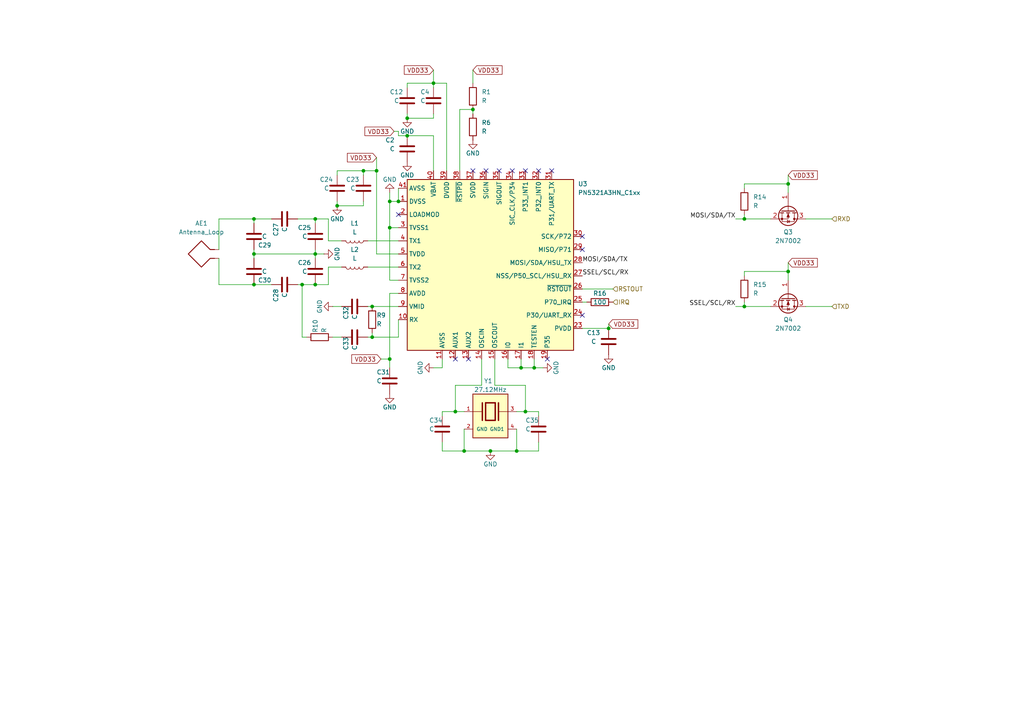
<source format=kicad_sch>
(kicad_sch (version 20250114) (generator "eeschema") (generator_version "9.0")
  (paper "A4")
  (title_block (title "RFID Module") (date "2025-07-22") (rev "1.0") (company "C. Boerner"))
  (lib_symbols
    (symbol "ABM8-27.120MHz-10-B1U-T:ABM8-27.120MHz-10-B1U-T" (pin_names (offset 1.016))
      (property "Reference" "Y1" (at 0 10.16 0))
      (property "Value" "ABM8-27.120MHz-10-B1U-T" (at 0 7.62 0))
      (symbol "ABM8-27.120MHz-10-B1U-T_0_0"
        (polyline (pts (xy -5.08 0) (xy -2.54 0)) (stroke (width 0.1524)))
        (rectangle (start -5.08 -7.62) (end 5.08 5.08) (stroke (width 0.254)) (fill (type background)))
        (polyline (pts (xy -2.3368 2.54) (xy -2.3368 -2.54)) (stroke (width 0.4064)))
        (polyline (pts (xy -1.397 2.54) (xy -1.397 -2.54)) (stroke (width 0.4064)))
        (polyline (pts (xy -1.397 2.54) (xy 1.397 2.54)) (stroke (width 0.4064)))
        (polyline (pts (xy 1.397 2.54) (xy 1.397 -2.54)) (stroke (width 0.4064)))
        (polyline (pts (xy 1.397 -2.54) (xy -1.397 -2.54)) (stroke (width 0.4064)))
        (polyline (pts (xy 2.3368 2.54) (xy 2.3368 -2.54)) (stroke (width 0.4064)))
        (polyline (pts (xy 2.54 0) (xy 5.08 0)) (stroke (width 0.1524)))
        (pin passive line (at -7.62 0 0) (length 2.54) (name "~") (number "1"))
        (pin power_in line (at -7.62 -5.08 0) (length 2.54) (name "GND") (number "2"))
        (pin passive line (at 7.62 0 180) (length 2.54) (name "~") (number "3"))
      )
      (symbol "ABM8-27.120MHz-10-B1U-T_1_0"
        (pin power_in line (at 7.62 -5.08 180) (length 2.54) (name "GND1") (number "4"))
      )
    )
    (symbol "Device:Antenna_Loop" (pin_numbers (hide yes)) (pin_names (offset 1.016) (hide yes))
      (property "Reference" "AE" (at 1.27 6.35 0))
      (property "Value" "Antenna_Loop" (at 1.27 5.08 0))
      (symbol "Antenna_Loop_0_1"
        (polyline (pts (xy 2.54 -3.81) (xy 2.54 -2.54) (xy 5.08 0) (xy 1.27 3.81) (xy -2.54 0) (xy 0 -2.54) (xy 0 -3.81)) (stroke (width 0.254)))
      )
      (symbol "Antenna_Loop_1_1"
        (pin input line (at 0 -5.08 90) (length 2.54) (name "~") (number "1"))
        (pin input line (at 2.54 -5.08 90) (length 2.54) (name "~") (number "2"))
      )
    )
    (symbol "Device:C" (pin_numbers (hide yes)) (pin_names (offset 0.254))
      (property "Reference" "C" (at 0.635 2.54 0))
      (property "Value" "C" (at 0.635 -2.54 0))
      (symbol "C_0_1"
        (polyline (pts (xy -2.032 0.762) (xy 2.032 0.762)) (stroke (width 0.508)))
        (polyline (pts (xy -2.032 -0.762) (xy 2.032 -0.762)) (stroke (width 0.508)))
      )
      (symbol "C_1_1"
        (pin passive line (at 0 3.81 270) (length 2.794) (name "~") (number "1"))
        (pin passive line (at 0 -3.81 90) (length 2.794) (name "~") (number "2"))
      )
    )
    (symbol "Device:L" (pin_numbers (hide yes)) (pin_names (offset 1.016) (hide yes))
      (property "Reference" "L" (at -1.27 0 90))
      (property "Value" "L" (at 1.905 0 90))
      (symbol "L_0_1"
        (arc (start 0 2.54) (mid 0.6323 1.905) (end 0 1.27))
        (arc (start 0 1.27) (mid 0.6323 0.635) (end 0 0))
        (arc (start 0 0) (mid 0.6323 -0.635) (end 0 -1.27))
        (arc (start 0 -1.27) (mid 0.6323 -1.905) (end 0 -2.54))
      )
      (symbol "L_1_1"
        (pin passive line (at 0 3.81 270) (length 1.27) (name "1") (number "1"))
        (pin passive line (at 0 -3.81 90) (length 1.27) (name "2") (number "2"))
      )
    )
    (symbol "Device:R" (pin_numbers (hide yes)) (pin_names (offset 0))
      (property "Reference" "R" (at 2.032 0 90))
      (property "Value" "R" (at 0 0 90))
      (symbol "R_0_1"
        (rectangle (start -1.016 -2.54) (end 1.016 2.54) (stroke (width 0.254)))
      )
      (symbol "R_1_1"
        (pin passive line (at 0 3.81 270) (length 1.27) (name "~") (number "1"))
        (pin passive line (at 0 -3.81 90) (length 1.27) (name "~") (number "2"))
      )
    )
    (symbol "RF_NFC:PN5321A3HN_C1xx"
      (property "Reference" "U3" (at 31.75 29.21 0))
      (property "Value" "PN5321A3HN_C1xx" (at 31.75 26.67 0))
      (symbol "PN5321A3HN_C1xx_0_1"
        (rectangle (start -17.78 30.48) (end 30.48 -19.05) (stroke (width 0.254)) (fill (type background)))
      )
      (symbol "PN5321A3HN_C1xx_1_1"
        (pin passive line (at -20.32 27.94 0) (length 2.54) (name "AVSS") (number "41"))
        (pin power_in line (at -20.32 24.13 0) (length 2.54) (name "DVSS") (number "1"))
        (pin output line (at -20.32 20.32 0) (length 2.54) (name "LOADMOD") (number "2"))
        (pin power_in line (at -20.32 16.51 0) (length 2.54) (name "TVSS1") (number "3"))
        (pin output line (at -20.32 12.7 0) (length 2.54) (name "TX1") (number "4"))
        (pin power_in line (at -20.32 8.89 0) (length 2.54) (name "TVDD") (number "5"))
        (pin output line (at -20.32 5.08 0) (length 2.54) (name "TX2") (number "6"))
        (pin power_in line (at -20.32 1.27 0) (length 2.54) (name "TVSS2") (number "7"))
        (pin power_in line (at -20.32 -2.54 0) (length 2.54) (name "AVDD") (number "8"))
        (pin output line (at -20.32 -6.35 0) (length 2.54) (name "VMID") (number "9"))
        (pin input line (at -20.32 -10.16 0) (length 2.54) (name "RX") (number "10"))
        (pin power_in line (at -10.16 33.02 270) (length 2.54) (name "VBAT") (number "40"))
        (pin power_in line (at -7.62 -21.59 90) (length 2.54) (name "AVSS") (number "11"))
        (pin power_out line (at -6.35 33.02 270) (length 2.54) (name "DVDD") (number "39"))
        (pin output line (at -3.81 -21.59 90) (length 2.54) (name "AUX1") (number "12"))
        (pin input line (at -2.54 33.02 270) (length 2.54) (name "~{RSTPD}") (number "38"))
        (pin output line (at 0 -21.59 90) (length 2.54) (name "AUX2") (number "13"))
        (pin output line (at 1.27 33.02 270) (length 2.54) (name "SVDD") (number "37"))
        (pin input line (at 3.81 -21.59 90) (length 2.54) (name "OSCIN") (number "14"))
        (pin input line (at 5.08 33.02 270) (length 2.54) (name "SIGIN") (number "36"))
        (pin output line (at 7.62 -21.59 90) (length 2.54) (name "OSCOUT") (number "15"))
        (pin output line (at 8.89 33.02 270) (length 2.54) (name "SIGOUT") (number "35"))
        (pin passive line (at 11.43 -21.59 90) (length 2.54) (name "I0") (number "16"))
        (pin bidirectional line (at 12.7 33.02 270) (length 2.54) (name "SIC_CLK/P34") (number "34"))
        (pin passive line (at 15.24 -21.59 90) (length 2.54) (name "I1") (number "17"))
        (pin bidirectional line (at 16.51 33.02 270) (length 2.54) (name "P33_INT1") (number "33"))
        (pin no_connect line (at 17.78 -2.54 180) (length 2.54) (hide yes) (name "N.C.") (number "20"))
        (pin no_connect line (at 17.78 -5.08 180) (length 2.54) (hide yes) (name "N.C.") (number "21"))
        (pin no_connect line (at 17.78 -7.62 180) (length 2.54) (hide yes) (name "N.C.") (number "22"))
        (pin passive line (at 19.05 -21.59 90) (length 2.54) (name "TESTEN") (number "18"))
        (pin bidirectional line (at 20.32 33.02 270) (length 2.54) (name "P32_INT0") (number "32"))
        (pin bidirectional line (at 22.86 -21.59 90) (length 2.54) (name "P35") (number "19"))
        (pin bidirectional line (at 24.13 33.02 270) (length 2.54) (name "P31/UART_TX") (number "31"))
        (pin bidirectional line (at 33.02 13.97 180) (length 2.54) (name "SCK/P72") (number "30"))
        (pin bidirectional line (at 33.02 10.16 180) (length 2.54) (name "MISO/P71") (number "29"))
        (pin bidirectional line (at 33.02 6.35 180) (length 2.54) (name "MOSI/SDA/HSU_TX") (number "28"))
        (pin bidirectional line (at 33.02 2.54 180) (length 2.54) (name "NSS/P50_SCL/HSU_RX") (number "27"))
        (pin output line (at 33.02 -1.27 180) (length 2.54) (name "~{RSTOUT}") (number "26"))
        (pin bidirectional line (at 33.02 -5.08 180) (length 2.54) (name "P70_IRQ") (number "25"))
        (pin bidirectional line (at 33.02 -8.89 180) (length 2.54) (name "P30/UART_RX") (number "24"))
        (pin power_in line (at 33.02 -12.7 180) (length 2.54) (name "PVDD") (number "23"))
      )
    )
    (symbol "Transistor_FET:2N7002" (pin_names (offset 0) (hide yes))
      (property "Reference" "Q" (at 5.08 1.905 0))
      (property "Value" "2N7002" (at 5.08 0 0))
      (symbol "2N7002_0_1"
        (polyline (pts (xy 0.254 1.905) (xy 0.254 -1.905)) (stroke (width 0.254)))
        (polyline (pts (xy 0.254 0) (xy -2.54 0)))
        (polyline (pts (xy 0.762 2.286) (xy 0.762 1.27)) (stroke (width 0.254)))
        (polyline (pts (xy 0.762 0.508) (xy 0.762 -0.508)) (stroke (width 0.254)))
        (polyline (pts (xy 0.762 -1.27) (xy 0.762 -2.286)) (stroke (width 0.254)))
        (polyline (pts (xy 0.762 -1.778) (xy 3.302 -1.778) (xy 3.302 1.778) (xy 0.762 1.778)))
        (polyline (pts (xy 1.016 0) (xy 2.032 0.381) (xy 2.032 -0.381) (xy 1.016 0)) (fill (type outline)))
        (circle (center 1.651 0) (radius 2.794) (stroke (width 0.254)))
        (polyline (pts (xy 2.54 2.54) (xy 2.54 1.778)))
        (circle (center 2.54 1.778) (radius 0.254) (fill (type outline)))
        (circle (center 2.54 -1.778) (radius 0.254) (fill (type outline)))
        (polyline (pts (xy 2.54 -2.54) (xy 2.54 0) (xy 0.762 0)))
        (polyline (pts (xy 2.921 0.381) (xy 3.683 0.381)))
        (polyline (pts (xy 3.302 0.381) (xy 2.921 -0.254) (xy 3.683 -0.254) (xy 3.302 0.381)))
      )
      (symbol "2N7002_1_1"
        (pin input line (at -5.08 0 0) (length 2.54) (name "G") (number "1"))
        (pin passive line (at 2.54 5.08 270) (length 2.54) (name "D") (number "3"))
        (pin passive line (at 2.54 -5.08 90) (length 2.54) (name "S") (number "2"))
      )
    )
    (symbol "power:GND" (power) (pin_numbers (hide yes)) (pin_names (offset 0) (hide yes))
      (property "Value" "GND" (at 0 -3.81 0))
      (symbol "GND_0_1"
        (polyline (pts (xy 0 0) (xy 0 -1.27) (xy 1.27 -1.27) (xy 0 -2.54) (xy -1.27 -1.27) (xy 0 -1.27)))
      )
      (symbol "GND_1_1"
        (pin power_in line (at 0 0 270) (length 0) (name "~") (number "1"))
      )
    )
  )
  (junction (at 149.86 130.81))
  (junction (at 91.44 63.5))
  (junction (at 115.57 58.42))
  (junction (at 107.95 88.9))
  (junction (at 118.11 34.29))
  (junction (at 113.03 66.04))
  (junction (at 73.66 82.55))
  (junction (at 91.44 73.66))
  (junction (at 176.53 95.25))
  (junction (at 109.22 49.53))
  (junction (at 73.66 63.5))
  (junction (at 113.03 104.14))
  (junction (at 91.44 82.55))
  (junction (at 228.6 53.34))
  (junction (at 228.6 78.74))
  (junction (at 118.11 39.37))
  (junction (at 142.24 130.81))
  (junction (at 97.79 59.69))
  (junction (at 151.13 106.68))
  (junction (at 105.41 49.53))
  (junction (at 215.9 88.9))
  (junction (at 87.63 82.55))
  (junction (at 134.62 130.81))
  (junction (at 154.94 106.68))
  (junction (at 152.4 119.38))
  (junction (at 132.08 119.38))
  (junction (at 107.95 97.79))
  (junction (at 113.03 58.42))
  (junction (at 73.66 73.66))
  (junction (at 215.9 63.5))
  (junction (at 125.73 24.13))
  (junction (at 137.16 31.75))
  (no_connect (at 160.02 49.53))
  (no_connect (at 156.21 49.53))
  (no_connect (at 132.08 104.14))
  (no_connect (at 137.16 49.53))
  (no_connect (at 115.57 62.23))
  (no_connect (at 168.91 72.39))
  (no_connect (at 140.97 49.53))
  (no_connect (at 144.78 49.53))
  (no_connect (at 168.91 68.58))
  (no_connect (at 152.4 49.53))
  (no_connect (at 135.89 104.14))
  (no_connect (at 158.75 104.14))
  (no_connect (at 148.59 49.53))
  (no_connect (at 168.91 91.44))
  (wire (pts (xy 133.35 49.53) (xy 133.35 31.75)))
  (wire (pts (xy 91.44 73.66) (xy 93.98 73.66)))
  (wire (pts (xy 228.6 78.74) (xy 228.6 81.28)))
  (wire (pts (xy 109.22 45.72) (xy 109.22 49.53)))
  (wire (pts (xy 157.48 106.68) (xy 154.94 106.68)))
  (wire (pts (xy 149.86 130.81) (xy 142.24 130.81)))
  (wire (pts (xy 132.08 111.76) (xy 132.08 119.38)))
  (wire (pts (xy 115.57 81.28) (xy 113.03 81.28)))
  (wire (pts (xy 95.25 63.5) (xy 91.44 63.5)))
  (wire (pts (xy 106.68 88.9) (xy 107.95 88.9)))
  (wire (pts (xy 151.13 106.68) (xy 154.94 106.68)))
  (wire (pts (xy 97.79 59.69) (xy 105.41 59.69)))
  (wire (pts (xy 118.11 24.13) (xy 125.73 24.13)))
  (wire (pts (xy 106.68 97.79) (xy 107.95 97.79)))
  (wire (pts (xy 87.63 82.55) (xy 91.44 82.55)))
  (wire (pts (xy 228.6 76.2) (xy 228.6 78.74)))
  (wire (pts (xy 105.41 59.69) (xy 105.41 58.42)))
  (wire (pts (xy 154.94 106.68) (xy 154.94 104.14)))
  (wire (pts (xy 168.91 83.82) (xy 177.8 83.82)))
  (wire (pts (xy 109.22 49.53) (xy 105.41 49.53)))
  (wire (pts (xy 152.4 119.38) (xy 156.21 119.38)))
  (wire (pts (xy 105.41 49.53) (xy 97.79 49.53)))
  (wire (pts (xy 115.57 92.71) (xy 115.57 97.79)))
  (wire (pts (xy 113.03 58.42) (xy 113.03 66.04)))
  (wire (pts (xy 115.57 97.79) (xy 107.95 97.79)))
  (wire (pts (xy 95.25 82.55) (xy 95.25 77.47)))
  (wire (pts (xy 128.27 128.27) (xy 128.27 130.81)))
  (wire (pts (xy 215.9 88.9) (xy 223.52 88.9)))
  (wire (pts (xy 118.11 34.29) (xy 125.73 34.29)))
  (wire (pts (xy 87.63 82.55) (xy 86.36 82.55)))
  (wire (pts (xy 107.95 88.9) (xy 115.57 88.9)))
  (wire (pts (xy 125.73 24.13) (xy 125.73 25.4)))
  (wire (pts (xy 125.73 24.13) (xy 129.54 24.13)))
  (wire (pts (xy 113.03 58.42) (xy 115.57 58.42)))
  (wire (pts (xy 168.91 87.63) (xy 170.18 87.63)))
  (wire (pts (xy 128.27 104.14) (xy 128.27 106.68)))
  (wire (pts (xy 110.49 104.14) (xy 113.03 104.14)))
  (wire (pts (xy 113.03 66.04) (xy 113.03 81.28)))
  (wire (pts (xy 63.5 63.5) (xy 73.66 63.5)))
  (wire (pts (xy 128.27 106.68) (xy 125.73 106.68)))
  (wire (pts (xy 228.6 53.34) (xy 228.6 55.88)))
  (wire (pts (xy 233.68 63.5) (xy 241.3 63.5)))
  (wire (pts (xy 151.13 104.14) (xy 151.13 106.68)))
  (wire (pts (xy 113.03 85.09) (xy 113.03 104.14)))
  (wire (pts (xy 73.66 63.5) (xy 73.66 64.77)))
  (wire (pts (xy 133.35 31.75) (xy 137.16 31.75)))
  (wire (pts (xy 118.11 24.13) (xy 118.11 25.4)))
  (wire (pts (xy 91.44 82.55) (xy 95.25 82.55)))
  (wire (pts (xy 105.41 49.53) (xy 105.41 50.8)))
  (wire (pts (xy 118.11 39.37) (xy 125.73 39.37)))
  (wire (pts (xy 95.25 77.47) (xy 99.06 77.47)))
  (wire (pts (xy 97.79 58.42) (xy 97.79 59.69)))
  (wire (pts (xy 215.9 87.63) (xy 215.9 88.9)))
  (wire (pts (xy 215.9 78.74) (xy 228.6 78.74)))
  (wire (pts (xy 215.9 63.5) (xy 223.52 63.5)))
  (wire (pts (xy 73.66 73.66) (xy 73.66 74.93)))
  (wire (pts (xy 147.32 106.68) (xy 151.13 106.68)))
  (wire (pts (xy 139.7 104.14) (xy 139.7 111.76)))
  (wire (pts (xy 87.63 82.55) (xy 87.63 97.79)))
  (wire (pts (xy 156.21 130.81) (xy 149.86 130.81)))
  (wire (pts (xy 99.06 69.85) (xy 95.25 69.85)))
  (wire (pts (xy 91.44 72.39) (xy 91.44 73.66)))
  (wire (pts (xy 113.03 104.14) (xy 113.03 106.68)))
  (wire (pts (xy 73.66 82.55) (xy 78.74 82.55)))
  (wire (pts (xy 128.27 130.81) (xy 134.62 130.81)))
  (wire (pts (xy 106.68 77.47) (xy 115.57 77.47)))
  (wire (pts (xy 109.22 73.66) (xy 109.22 49.53)))
  (wire (pts (xy 233.68 88.9) (xy 241.3 88.9)))
  (wire (pts (xy 115.57 73.66) (xy 109.22 73.66)))
  (wire (pts (xy 73.66 73.66) (xy 91.44 73.66)))
  (wire (pts (xy 113.03 66.04) (xy 115.57 66.04)))
  (wire (pts (xy 91.44 73.66) (xy 91.44 74.93)))
  (wire (pts (xy 147.32 104.14) (xy 147.32 106.68)))
  (wire (pts (xy 125.73 33.02) (xy 125.73 34.29)))
  (wire (pts (xy 228.6 50.8) (xy 228.6 53.34)))
  (wire (pts (xy 134.62 130.81) (xy 142.24 130.81)))
  (wire (pts (xy 73.66 72.39) (xy 73.66 73.66)))
  (wire (pts (xy 149.86 124.46) (xy 149.86 130.81)))
  (wire (pts (xy 156.21 128.27) (xy 156.21 130.81)))
  (wire (pts (xy 215.9 54.61) (xy 215.9 53.34)))
  (wire (pts (xy 88.9 97.79) (xy 87.63 97.79)))
  (wire (pts (xy 118.11 33.02) (xy 118.11 34.29)))
  (wire (pts (xy 115.57 38.1) (xy 114.3 38.1)))
  (wire (pts (xy 96.52 88.9) (xy 99.06 88.9)))
  (wire (pts (xy 125.73 20.32) (xy 125.73 24.13)))
  (wire (pts (xy 107.95 96.52) (xy 107.95 97.79)))
  (wire (pts (xy 168.91 95.25) (xy 176.53 95.25)))
  (wire (pts (xy 128.27 119.38) (xy 132.08 119.38)))
  (wire (pts (xy 129.54 24.13) (xy 129.54 49.53)))
  (wire (pts (xy 156.21 120.65) (xy 156.21 119.38)))
  (wire (pts (xy 152.4 119.38) (xy 149.86 119.38)))
  (wire (pts (xy 115.57 54.61) (xy 115.57 58.42)))
  (wire (pts (xy 215.9 62.23) (xy 215.9 63.5)))
  (wire (pts (xy 63.5 72.39) (xy 63.5 63.5)))
  (wire (pts (xy 143.51 104.14) (xy 143.51 111.76)))
  (wire (pts (xy 78.74 63.5) (xy 73.66 63.5)))
  (wire (pts (xy 91.44 63.5) (xy 91.44 64.77)))
  (wire (pts (xy 95.25 69.85) (xy 95.25 63.5)))
  (wire (pts (xy 96.52 97.79) (xy 99.06 97.79)))
  (wire (pts (xy 137.16 31.75) (xy 137.16 33.02)))
  (wire (pts (xy 97.79 49.53) (xy 97.79 50.8)))
  (wire (pts (xy 113.03 55.88) (xy 113.03 58.42)))
  (wire (pts (xy 213.36 88.9) (xy 215.9 88.9)))
  (wire (pts (xy 137.16 20.32) (xy 137.16 24.13)))
  (wire (pts (xy 128.27 120.65) (xy 128.27 119.38)))
  (wire (pts (xy 106.68 69.85) (xy 115.57 69.85)))
  (wire (pts (xy 213.36 63.5) (xy 215.9 63.5)))
  (wire (pts (xy 132.08 119.38) (xy 134.62 119.38)))
  (wire (pts (xy 115.57 39.37) (xy 118.11 39.37)))
  (wire (pts (xy 215.9 53.34) (xy 228.6 53.34)))
  (wire (pts (xy 215.9 80.01) (xy 215.9 78.74)))
  (wire (pts (xy 86.36 63.5) (xy 91.44 63.5)))
  (wire (pts (xy 143.51 111.76) (xy 152.4 111.76)))
  (wire (pts (xy 115.57 38.1) (xy 115.57 39.37)))
  (wire (pts (xy 125.73 39.37) (xy 125.73 49.53)))
  (wire (pts (xy 134.62 124.46) (xy 134.62 130.81)))
  (wire (pts (xy 176.53 93.98) (xy 176.53 95.25)))
  (wire (pts (xy 152.4 111.76) (xy 152.4 119.38)))
  (wire (pts (xy 63.5 82.55) (xy 73.66 82.55)))
  (wire (pts (xy 139.7 111.76) (xy 132.08 111.76)))
  (wire (pts (xy 63.5 74.93) (xy 63.5 82.55)))
  (wire (pts (xy 113.03 85.09) (xy 115.57 85.09)))
  (label "MOSI{slash}SDA{slash}TX" (at 213.36 63.5 180))
  (label "SSEL{slash}SCL{slash}RX" (at 213.36 88.9 180))
  (label "SSEL{slash}SCL{slash}RX" (at 168.91 80.01 0))
  (label "MOSI{slash}SDA{slash}TX" (at 168.91 76.2 0))
  (global_label "VDD33" (shape input) (at 114.3 38.1 180) (property "Intersheetrefs" "${INTERSHEET_REFS}" (effects (hide yes))))
  (global_label "VDD33" (shape input) (at 228.6 76.2 0) (property "Intersheetrefs" "${INTERSHEET_REFS}" (effects (hide yes))))
  (global_label "VDD33" (shape input) (at 137.16 20.32 0) (property "Intersheetrefs" "${INTERSHEET_REFS}" (effects (hide yes))))
  (global_label "VDD33" (shape input) (at 228.6 50.8 0) (property "Intersheetrefs" "${INTERSHEET_REFS}" (effects (hide yes))))
  (global_label "VDD33" (shape input) (at 125.73 20.32 180) (property "Intersheetrefs" "${INTERSHEET_REFS}" (effects (hide yes))))
  (global_label "VDD33" (shape input) (at 110.49 104.14 180) (property "Intersheetrefs" "${INTERSHEET_REFS}" (effects (hide yes))))
  (global_label "VDD33" (shape input) (at 176.53 93.98 0) (property "Intersheetrefs" "${INTERSHEET_REFS}" (effects (hide yes))))
  (global_label "VDD33" (shape input) (at 109.22 45.72 180) (property "Intersheetrefs" "${INTERSHEET_REFS}" (effects (hide yes))))
  (hierarchical_label "RSTOUT" (shape input) (at 177.8 83.82 0))
  (hierarchical_label "TXD" (shape input) (at 241.3 88.9 0))
  (hierarchical_label "RXD" (shape input) (at 241.3 63.5 0))
  (hierarchical_label "IRQ" (shape input) (at 177.8 87.63 0))
  (symbol (lib_id "Device:C") (at 176.53 99.06 0) (unit 1)
    (property "Reference" "C13" (at 170.18 96.52 0) (effects (justify left)))
    (property "Value" "C" (at 171.45 99.06 0) (effects (justify left)))
    (property "Description" "Unpolarized capacitor" (effects (hide yes)))
  )
  (symbol (lib_id "power:GND") (at 93.98 73.66 90) (unit 1)
    (property "Reference" "#PWR028" (effects (hide yes)))
    (property "Value" "GND" (at 97.79 73.66 0))
    (property "Description" "Power symbol creates a global label with name \"GND\" , ground" (effects (hide yes)))
  )
  (symbol (lib_id "power:GND") (at 118.11 46.99 0) (unit 1)
    (property "Reference" "#PWR018" (effects (hide yes)))
    (property "Value" "GND" (at 118.11 50.8 0))
    (property "Description" "Power symbol creates a global label with name \"GND\" , ground" (effects (hide yes)))
  )
  (symbol (lib_id "Device:R") (at 107.95 92.71 180) (unit 1)
    (property "Reference" "R9" (at 109.22 91.44 0) (effects (justify right)))
    (property "Value" "R" (at 109.22 93.98 0) (effects (justify right)))
    (property "Description" "Resistor" (effects (hide yes)))
  )
  (symbol (lib_id "power:GND") (at 113.03 55.88 180) (unit 1)
    (property "Reference" "#PWR026" (effects (hide yes)))
    (property "Value" "GND" (at 113.03 52.07 0))
    (property "Description" "Power symbol creates a global label with name \"GND\" , ground" (effects (hide yes)))
  )
  (symbol (lib_id "power:GND") (at 176.53 102.87 0) (unit 1)
    (property "Reference" "#PWR021" (effects (hide yes)))
    (property "Value" "GND" (at 176.53 106.68 0))
    (property "Description" "Power symbol creates a global label with name \"GND\" , ground" (effects (hide yes)))
  )
  (symbol (lib_id "power:GND") (at 96.52 88.9 270) (unit 1)
    (property "Reference" "#PWR030" (effects (hide yes)))
    (property "Value" "GND" (at 92.71 88.9 0))
    (property "Description" "Power symbol creates a global label with name \"GND\" , ground" (effects (hide yes)))
  )
  (symbol (lib_id "Device:C") (at 113.03 110.49 0) (unit 1)
    (property "Reference" "C31" (at 109.22 107.95 0) (effects (justify left)))
    (property "Value" "C" (at 109.22 110.49 0) (effects (justify left)))
    (property "Description" "Unpolarized capacitor" (effects (hide yes)))
  )
  (symbol (lib_id "Device:C") (at 102.87 88.9 90) (unit 1)
    (property "Reference" "C32" (at 100.33 92.71 0) (effects (justify left)))
    (property "Value" "C" (at 102.87 92.71 0) (effects (justify left)))
    (property "Description" "Unpolarized capacitor" (effects (hide yes)))
  )
  (symbol (lib_id "Device:C") (at 73.66 78.74 180) (unit 1)
    (property "Reference" "C30" (at 78.74 81.28 0) (effects (justify left)))
    (property "Value" "C" (at 77.47 78.74 0) (effects (justify left)))
    (property "Description" "Unpolarized capacitor" (effects (hide yes)))
  )
  (symbol (lib_id "Device:L") (at 102.87 77.47 270) (unit 1)
    (property "Reference" "L2" (at 102.87 72.39 90))
    (property "Value" "L" (at 102.87 74.93 90))
    (property "Description" "Inductor" (effects (hide yes)))
  )
  (symbol (lib_id "Device:R") (at 215.9 58.42 180) (unit 1)
    (property "Reference" "R14" (at 218.44 57.1499 0) (effects (justify right)))
    (property "Value" "R" (at 218.44 59.6899 0) (effects (justify right)))
    (property "Description" "Resistor" (effects (hide yes)))
  )
  (symbol (lib_id "Device:C") (at 128.27 124.46 0) (unit 1)
    (property "Reference" "C34" (at 124.46 121.92 0) (effects (justify left)))
    (property "Value" "C" (at 124.46 124.46 0) (effects (justify left)))
    (property "Description" "Unpolarized capacitor" (effects (hide yes)))
  )
  (symbol (lib_id "power:GND") (at 125.73 106.68 270) (unit 1)
    (property "Reference" "#PWR025" (effects (hide yes)))
    (property "Value" "GND" (at 121.92 106.68 0))
    (property "Description" "Power symbol creates a global label with name \"GND\" , ground" (effects (hide yes)))
  )
  (symbol (lib_id "Device:C") (at 118.11 29.21 0) (unit 1)
    (property "Reference" "C12" (at 113.03 26.67 0) (effects (justify left)))
    (property "Value" "C" (at 114.3 29.21 0) (effects (justify left)))
    (property "Description" "Unpolarized capacitor" (effects (hide yes)))
  )
  (symbol (lib_id "Device:C") (at 82.55 82.55 90) (unit 1)
    (property "Reference" "C28" (at 80.01 87.63 0) (effects (justify left)))
    (property "Value" "C" (at 82.55 86.36 0) (effects (justify left)))
    (property "Description" "Unpolarized capacitor" (effects (hide yes)))
  )
  (symbol (lib_id "power:GND") (at 137.16 40.64 0) (unit 1)
    (property "Reference" "#PWR020" (effects (hide yes)))
    (property "Value" "GND" (at 137.16 44.45 0))
    (property "Description" "Power symbol creates a global label with name \"GND\" , ground" (effects (hide yes)))
  )
  (symbol (lib_id "Device:C") (at 118.11 43.18 0) (unit 1)
    (property "Reference" "C2" (at 111.76 40.64 0) (effects (justify left)))
    (property "Value" "C" (at 113.03 43.18 0) (effects (justify left)))
    (property "Description" "Unpolarized capacitor" (effects (hide yes)))
  )
  (symbol (lib_id "power:GND") (at 118.11 34.29 0) (unit 1)
    (property "Reference" "#PWR019" (effects (hide yes)))
    (property "Value" "GND" (at 118.11 38.1 0))
    (property "Description" "Power symbol creates a global label with name \"GND\" , ground" (effects (hide yes)))
  )
  (symbol (lib_id "Device:Antenna_Loop") (at 58.42 74.93 90) (unit 1)
    (property "Reference" "AE1" (at 58.42 64.77 90))
    (property "Value" "Antenna_Loop" (at 58.42 67.31 90))
    (property "Description" "Loop antenna" (effects (hide yes)))
  )
  (symbol (lib_id "Device:L") (at 102.87 69.85 270) (unit 1)
    (property "Reference" "L1" (at 102.87 64.77 90))
    (property "Value" "L" (at 102.87 67.31 90))
    (property "Description" "Inductor" (effects (hide yes)))
  )
  (symbol (lib_id "Device:R") (at 137.16 27.94 180) (unit 1)
    (property "Reference" "R1" (at 139.7 26.6699 0) (effects (justify right)))
    (property "Value" "R" (at 139.7 29.2099 0) (effects (justify right)))
    (property "Description" "Resistor" (effects (hide yes)))
  )
  (symbol (lib_id "Device:R") (at 92.71 97.79 270) (unit 1)
    (property "Reference" "R10" (at 91.44 96.52 0) (effects (justify right)))
    (property "Value" "R" (at 93.98 96.52 0) (effects (justify right)))
    (property "Description" "Resistor" (effects (hide yes)))
  )
  (symbol (lib_id "ABM8-27.120MHz-10-B1U-T:ABM8-27.120MHz-10-B1U-T") (at 142.24 119.38 0) (unit 1)
    (property "Reference" "Y1" (at 141.605 110.49 0))
    (property "Value" "27.12MHz" (at 142.24 113.03 0))
    (property "Footprint" "ABM8-27.120MHz-10-B1U-T:XTAL_ABM8-27.120MHz-10-B1U-T" (effects (hide yes)))
    (property "PARTREV" "44041" (effects (hide yes)))
    (property "STANDARD" "Manufacturer Recommendations" (effects (hide yes)))
    (property "MAXIMUM_PACKAGE_HEIGHT" "0.8 mm" (effects (hide yes)))
    (property "MANUFACTURER" "Abracon" (effects (hide yes)))
  )
  (symbol (lib_id "Device:C") (at 91.44 78.74 0) (unit 1)
    (property "Reference" "C26" (at 86.36 76.2 0) (effects (justify left)))
    (property "Value" "C" (at 87.63 78.74 0) (effects (justify left)))
    (property "Description" "Unpolarized capacitor" (effects (hide yes)))
  )
  (symbol (lib_id "power:GND") (at 142.24 130.81 0) (unit 1)
    (property "Reference" "#PWR031" (effects (hide yes)))
    (property "Value" "GND" (at 142.24 134.62 0))
    (property "Description" "Power symbol creates a global label with name \"GND\" , ground" (effects (hide yes)))
  )
  (symbol (lib_id "power:GND") (at 97.79 59.69 0) (unit 1)
    (property "Reference" "#PWR027" (effects (hide yes)))
    (property "Value" "GND" (at 97.79 63.5 0))
    (property "Description" "Power symbol creates a global label with name \"GND\" , ground" (effects (hide yes)))
  )
  (symbol (lib_id "Device:C") (at 91.44 68.58 0) (unit 1)
    (property "Reference" "C25" (at 86.36 66.04 0) (effects (justify left)))
    (property "Value" "C" (at 87.63 68.58 0) (effects (justify left)))
    (property "Description" "Unpolarized capacitor" (effects (hide yes)))
  )
  (symbol (lib_id "Device:C") (at 156.21 124.46 0) (unit 1)
    (property "Reference" "C35" (at 152.4 121.92 0) (effects (justify left)))
    (property "Value" "C" (at 152.4 124.46 0) (effects (justify left)))
    (property "Description" "Unpolarized capacitor" (effects (hide yes)))
  )
  (symbol (lib_id "Device:C") (at 82.55 63.5 90) (unit 1)
    (property "Reference" "C27" (at 80.01 68.58 0) (effects (justify left)))
    (property "Value" "C" (at 82.55 67.31 0) (effects (justify left)))
    (property "Description" "Unpolarized capacitor" (effects (hide yes)))
  )
  (symbol (lib_id "Device:C") (at 73.66 68.58 180) (unit 1)
    (property "Reference" "C29" (at 78.74 71.12 0) (effects (justify left)))
    (property "Value" "C" (at 77.47 68.58 0) (effects (justify left)))
    (property "Description" "Unpolarized capacitor" (effects (hide yes)))
  )
  (symbol (lib_id "Device:R") (at 173.99 87.63 270) (unit 1)
    (property "Reference" "R16" (at 173.99 85.09 90))
    (property "Value" "100" (at 173.99 87.63 90))
    (property "Description" "Resistor" (effects (hide yes)))
  )
  (symbol (lib_id "Device:C") (at 125.73 29.21 0) (unit 1)
    (property "Reference" "C4" (at 121.92 26.67 0) (effects (justify left)))
    (property "Value" "C" (at 121.92 29.21 0) (effects (justify left)))
    (property "Description" "Unpolarized capacitor" (effects (hide yes)))
  )
  (symbol (lib_id "Transistor_FET:2N7002") (at 228.6 86.36 270) (unit 1)
    (property "Reference" "Q4" (at 228.6 92.71 90))
    (property "Value" "2N7002" (at 228.6 95.25 90))
    (property "Footprint" "Package_TO_SOT_SMD:SOT-23" (effects (hide yes)))
    (property "Datasheet" "https://www.onsemi.com/pub/Collateral/NDS7002A-D.PDF" (effects (hide yes)))
    (property "Description" "0.115A Id, 60V Vds, N-Channel MOSFET, SOT-23" (effects (hide yes)))
  )
  (symbol (lib_id "power:GND") (at 157.48 106.68 90) (unit 1)
    (property "Reference" "#PWR024" (effects (hide yes)))
    (property "Value" "GND" (at 161.29 106.68 0))
    (property "Description" "Power symbol creates a global label with name \"GND\" , ground" (effects (hide yes)))
  )
  (symbol (lib_id "Transistor_FET:2N7002") (at 228.6 60.96 270) (unit 1)
    (property "Reference" "Q3" (at 228.6 67.31 90))
    (property "Value" "2N7002" (at 228.6 69.85 90))
    (property "Footprint" "Package_TO_SOT_SMD:SOT-23" (effects (hide yes)))
    (property "Datasheet" "https://www.onsemi.com/pub/Collateral/NDS7002A-D.PDF" (effects (hide yes)))
    (property "Description" "0.115A Id, 60V Vds, N-Channel MOSFET, SOT-23" (effects (hide yes)))
  )
  (symbol (lib_id "Device:C") (at 97.79 54.61 0) (unit 1)
    (property "Reference" "C24" (at 92.71 52.07 0) (effects (justify left)))
    (property "Value" "C" (at 93.98 54.61 0) (effects (justify left)))
    (property "Description" "Unpolarized capacitor" (effects (hide yes)))
  )
  (symbol (lib_id "Device:C") (at 102.87 97.79 90) (unit 1)
    (property "Reference" "C33" (at 100.33 101.6 0) (effects (justify left)))
    (property "Value" "C" (at 102.87 101.6 0) (effects (justify left)))
    (property "Description" "Unpolarized capacitor" (effects (hide yes)))
  )
  (symbol (lib_id "RF_NFC:PN5321A3HN_C1xx") (at 135.89 82.55 0) (unit 1)
    (property "Reference" "U3" (at 167.64 53.34 0) (effects (justify left)))
    (property "Value" "PN5321A3HN_C1xx" (at 167.64 55.88 0) (effects (justify left)))
    (property "Footprint" "Package_DFN_QFN:HVQFN-40-1EP_6x6mm_P0.5mm_EP4.1x4.1mm" (effects (hide yes)))
    (property "Datasheet" "https://www.nxp.com/docs/en/nxp/data-sheets/PN532_C1.pdf" (effects (hide yes)))
    (property "Description" "Near Field Communication (NFC) controller, QFN-40" (effects (hide yes)))
  )
  (symbol (lib_id "power:GND") (at 113.03 114.3 0) (unit 1)
    (property "Reference" "#PWR029" (effects (hide yes)))
    (property "Value" "GND" (at 113.03 118.11 0))
    (property "Description" "Power symbol creates a global label with name \"GND\" , ground" (effects (hide yes)))
  )
  (symbol (lib_id "Device:R") (at 215.9 83.82 180) (unit 1)
    (property "Reference" "R15" (at 218.44 82.5499 0) (effects (justify right)))
    (property "Value" "R" (at 218.44 85.0899 0) (effects (justify right)))
    (property "Description" "Resistor" (effects (hide yes)))
  )
  (symbol (lib_id "Device:C") (at 105.41 54.61 0) (unit 1)
    (property "Reference" "C23" (at 100.33 52.07 0) (effects (justify left)))
    (property "Value" "C" (at 101.6 54.61 0) (effects (justify left)))
    (property "Description" "Unpolarized capacitor" (effects (hide yes)))
  )
  (symbol (lib_id "Device:R") (at 137.16 36.83 180) (unit 1)
    (property "Reference" "R6" (at 139.7 35.5599 0) (effects (justify right)))
    (property "Value" "R" (at 139.7 38.0999 0) (effects (justify right)))
    (property "Description" "Resistor" (effects (hide yes)))
  )
)
</source>
